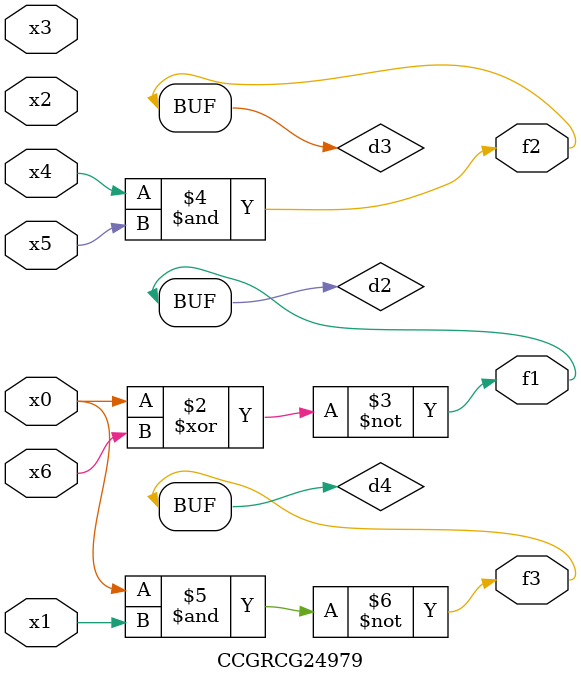
<source format=v>
module CCGRCG24979(
	input x0, x1, x2, x3, x4, x5, x6,
	output f1, f2, f3
);

	wire d1, d2, d3, d4;

	nor (d1, x0);
	xnor (d2, x0, x6);
	and (d3, x4, x5);
	nand (d4, x0, x1);
	assign f1 = d2;
	assign f2 = d3;
	assign f3 = d4;
endmodule

</source>
